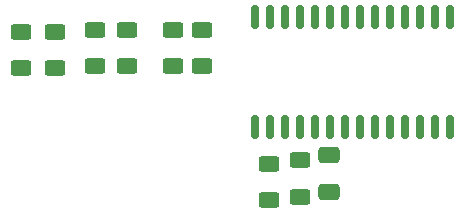
<source format=gbp>
G04 #@! TF.GenerationSoftware,KiCad,Pcbnew,7.0.7*
G04 #@! TF.CreationDate,2024-03-19T10:03:33+01:00*
G04 #@! TF.ProjectId,Poly_UA_controller_6enc_4sw,506f6c79-5f55-4415-9f63-6f6e74726f6c,rev?*
G04 #@! TF.SameCoordinates,Original*
G04 #@! TF.FileFunction,Paste,Bot*
G04 #@! TF.FilePolarity,Positive*
%FSLAX46Y46*%
G04 Gerber Fmt 4.6, Leading zero omitted, Abs format (unit mm)*
G04 Created by KiCad (PCBNEW 7.0.7) date 2024-03-19 10:03:33*
%MOMM*%
%LPD*%
G01*
G04 APERTURE LIST*
G04 Aperture macros list*
%AMRoundRect*
0 Rectangle with rounded corners*
0 $1 Rounding radius*
0 $2 $3 $4 $5 $6 $7 $8 $9 X,Y pos of 4 corners*
0 Add a 4 corners polygon primitive as box body*
4,1,4,$2,$3,$4,$5,$6,$7,$8,$9,$2,$3,0*
0 Add four circle primitives for the rounded corners*
1,1,$1+$1,$2,$3*
1,1,$1+$1,$4,$5*
1,1,$1+$1,$6,$7*
1,1,$1+$1,$8,$9*
0 Add four rect primitives between the rounded corners*
20,1,$1+$1,$2,$3,$4,$5,0*
20,1,$1+$1,$4,$5,$6,$7,0*
20,1,$1+$1,$6,$7,$8,$9,0*
20,1,$1+$1,$8,$9,$2,$3,0*%
G04 Aperture macros list end*
%ADD10RoundRect,0.250000X0.650000X-0.412500X0.650000X0.412500X-0.650000X0.412500X-0.650000X-0.412500X0*%
%ADD11RoundRect,0.150000X0.150000X-0.875000X0.150000X0.875000X-0.150000X0.875000X-0.150000X-0.875000X0*%
%ADD12RoundRect,0.250000X0.625000X-0.400000X0.625000X0.400000X-0.625000X0.400000X-0.625000X-0.400000X0*%
%ADD13RoundRect,0.250000X-0.625000X0.400000X-0.625000X-0.400000X0.625000X-0.400000X0.625000X0.400000X0*%
G04 APERTURE END LIST*
D10*
X143535400Y-58878000D03*
X143535400Y-55753000D03*
D11*
X153720800Y-53341800D03*
X152450800Y-53341800D03*
X151180800Y-53341800D03*
X149910800Y-53341800D03*
X148640800Y-53341800D03*
X147370800Y-53341800D03*
X146100800Y-53341800D03*
X144830800Y-53341800D03*
X143560800Y-53341800D03*
X142290800Y-53341800D03*
X141020800Y-53341800D03*
X139750800Y-53341800D03*
X138480800Y-53341800D03*
X137210800Y-53341800D03*
X137210800Y-44041800D03*
X138480800Y-44041800D03*
X139750800Y-44041800D03*
X141020800Y-44041800D03*
X142290800Y-44041800D03*
X143560800Y-44041800D03*
X144830800Y-44041800D03*
X146100800Y-44041800D03*
X147370800Y-44041800D03*
X148640800Y-44041800D03*
X149910800Y-44041800D03*
X151180800Y-44041800D03*
X152450800Y-44041800D03*
X153720800Y-44041800D03*
D12*
X132765800Y-45110400D03*
X132765800Y-48210400D03*
X120269000Y-48388200D03*
X120269000Y-45288200D03*
D13*
X130251200Y-48210400D03*
X130251200Y-45110400D03*
X117450200Y-45288200D03*
X117450200Y-48388200D03*
D12*
X126415800Y-48210400D03*
X126415800Y-45110400D03*
D13*
X123697400Y-45110400D03*
X123697400Y-48210400D03*
X141020800Y-56159400D03*
X141020800Y-59259400D03*
D12*
X138404600Y-59564200D03*
X138404600Y-56464200D03*
M02*

</source>
